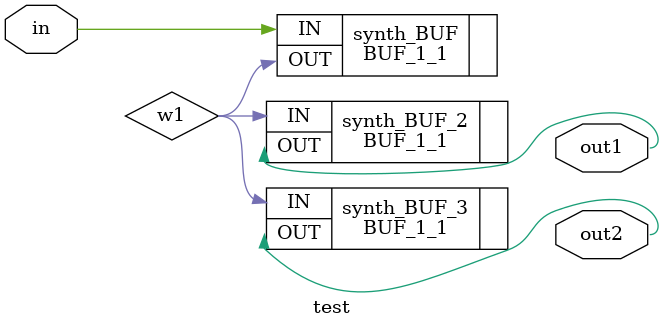
<source format=v>
module test(in, out1, out2);

input wire in;
output wire out1;
output wire out2;
wire w1;
BUF_1_1 synth_BUF(.OUT(w1), .IN(in));
BUF_1_1 synth_BUF_2(.OUT(out1), .IN(w1));
BUF_1_1 synth_BUF_3(.OUT(out2), .IN(w1));
endmodule

</source>
